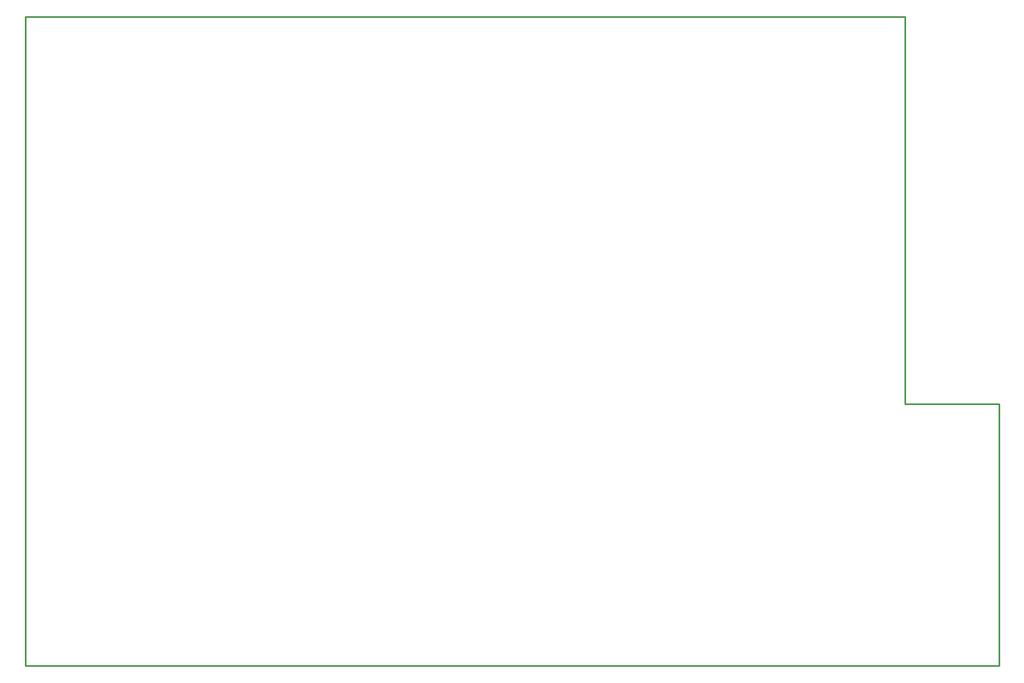
<source format=gm1>
G04*
G04 #@! TF.GenerationSoftware,Altium Limited,Altium Designer,23.1.1 (15)*
G04*
G04 Layer_Color=16711935*
%FSLAX25Y25*%
%MOIN*%
G70*
G04*
G04 #@! TF.SameCoordinates,6B6AD537-89E2-49BE-BCD0-2355F65E075C*
G04*
G04*
G04 #@! TF.FilePolarity,Positive*
G04*
G01*
G75*
%ADD10C,0.01000*%
D10*
X600000D01*
Y161500D01*
X542000D02*
X600000D01*
X542000D02*
Y400000D01*
X0D02*
X542000D01*
X0Y0D02*
Y400000D01*
M02*

</source>
